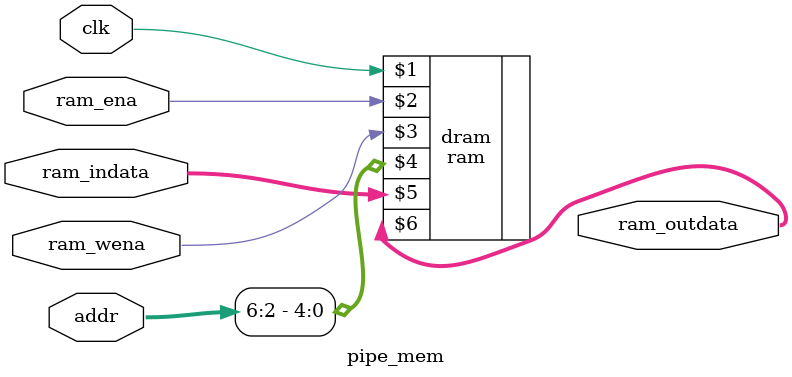
<source format=v>
`timescale 1ns / 1ps
module pipe_mem(
		input clk,
		input ram_ena,
		input ram_wena,
		input [31:0] addr,
		input [31:0] ram_indata,
		output[31:0] ram_outdata
    );

ram #(32, 5, 0) dram(clk, ram_ena, ram_wena, addr[6:2], ram_indata, ram_outdata);
endmodule

</source>
